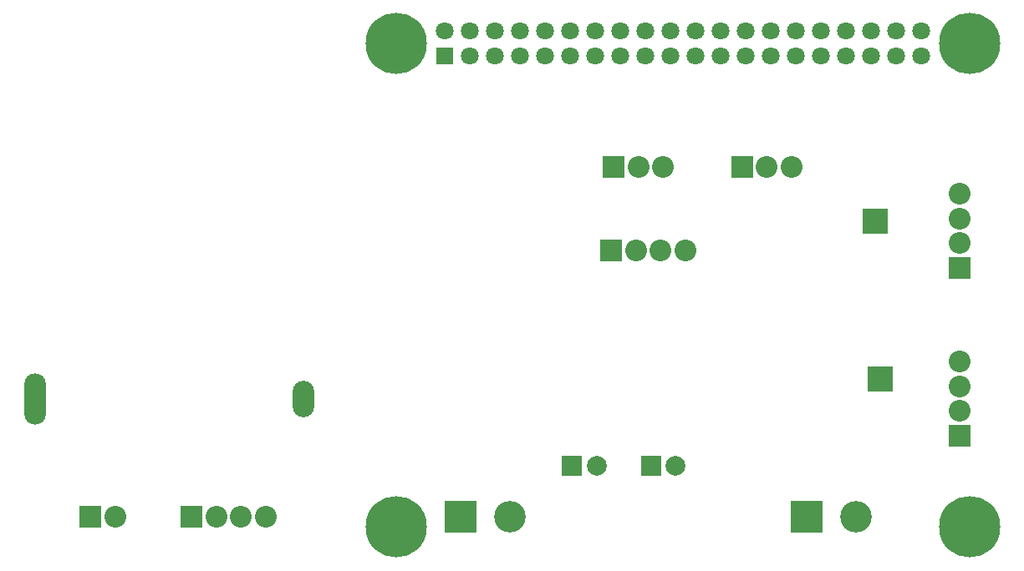
<source format=gbs>
G04*
G04 #@! TF.GenerationSoftware,Altium Limited,CircuitStudio,1.5.2 (1.5.2.30)*
G04*
G04 Layer_Color=8150272*
%FSLAX25Y25*%
%MOIN*%
G70*
G01*
G75*
G04:AMPARAMS|DCode=68|XSize=101.97mil|YSize=101.97mil|CornerRadius=5.17mil|HoleSize=0mil|Usage=FLASHONLY|Rotation=0.000|XOffset=0mil|YOffset=0mil|HoleType=Round|Shape=RoundedRectangle|*
%AMROUNDEDRECTD68*
21,1,0.10197,0.09163,0,0,0.0*
21,1,0.09163,0.10197,0,0,0.0*
1,1,0.01034,0.04582,-0.04582*
1,1,0.01034,-0.04582,-0.04582*
1,1,0.01034,-0.04582,0.04582*
1,1,0.01034,0.04582,0.04582*
%
%ADD68ROUNDEDRECTD68*%
%ADD77C,0.08674*%
%ADD78R,0.08674X0.08674*%
%ADD79R,0.07887X0.07887*%
%ADD80C,0.07887*%
%ADD81R,0.12611X0.12611*%
%ADD82C,0.12611*%
%ADD83R,0.08674X0.08674*%
%ADD84C,0.24422*%
%ADD85R,0.07099X0.07099*%
%ADD86C,0.07099*%
%ADD88O,0.08674X0.14579*%
%ADD89O,0.08674X0.20485*%
D68*
X1989772Y994634D02*
D03*
X1991740Y931642D02*
D03*
D77*
X2023236Y1005461D02*
D03*
Y995618D02*
D03*
Y985776D02*
D03*
Y938531D02*
D03*
Y928689D02*
D03*
Y918847D02*
D03*
X1905126Y1016287D02*
D03*
X1895284D02*
D03*
X1946465D02*
D03*
X1956307D02*
D03*
X1686622Y876524D02*
D03*
X1746661D02*
D03*
X1736819D02*
D03*
X1726976D02*
D03*
X1913984Y982823D02*
D03*
X1904142D02*
D03*
X1894299D02*
D03*
D78*
X2023236Y975933D02*
D03*
Y909004D02*
D03*
D79*
X1868709Y896996D02*
D03*
X1900205D02*
D03*
D80*
X1878551D02*
D03*
X1910047D02*
D03*
D81*
X1962213Y876524D02*
D03*
X1824417D02*
D03*
D82*
X1981898D02*
D03*
X1844102D02*
D03*
D83*
X1885441Y1016287D02*
D03*
X1936622D02*
D03*
X1676780Y876524D02*
D03*
X1717134D02*
D03*
X1884457Y982823D02*
D03*
D84*
X2027173Y872587D02*
D03*
X1798827D02*
D03*
X2027173Y1065500D02*
D03*
X1798827D02*
D03*
D85*
X1818000Y1060500D02*
D03*
D86*
Y1070500D02*
D03*
X1828000Y1060500D02*
D03*
Y1070500D02*
D03*
X1838000D02*
D03*
Y1060500D02*
D03*
X1848000Y1070500D02*
D03*
Y1060500D02*
D03*
X1878000D02*
D03*
Y1070500D02*
D03*
X1868000Y1060500D02*
D03*
Y1070500D02*
D03*
X1858000D02*
D03*
Y1060500D02*
D03*
X1918000D02*
D03*
Y1070500D02*
D03*
X1928000D02*
D03*
Y1060500D02*
D03*
X1938000Y1070500D02*
D03*
Y1060500D02*
D03*
X1908000D02*
D03*
Y1070500D02*
D03*
X1898000Y1060500D02*
D03*
Y1070500D02*
D03*
X1888000D02*
D03*
Y1060500D02*
D03*
X1948000D02*
D03*
Y1070500D02*
D03*
X1958000D02*
D03*
Y1060500D02*
D03*
X1968000Y1070500D02*
D03*
Y1060500D02*
D03*
X1998000D02*
D03*
Y1070500D02*
D03*
X1988000Y1060500D02*
D03*
Y1070500D02*
D03*
X1978000D02*
D03*
Y1060500D02*
D03*
X2008000Y1070500D02*
D03*
Y1060500D02*
D03*
D88*
X1761819Y923768D02*
D03*
D89*
X1654732D02*
D03*
M02*

</source>
